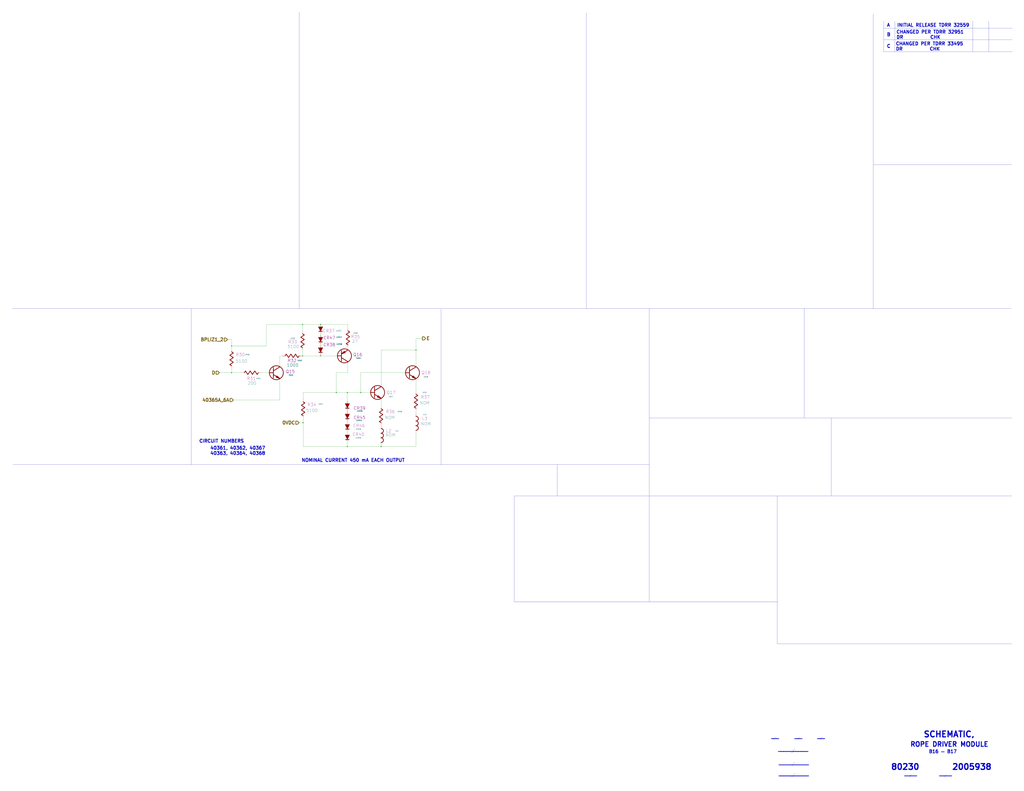
<source format=kicad_sch>
(kicad_sch (version 20211123) (generator eeschema)
  (paper "E")
  (lib_symbols
    (symbol "AGC_DSKY:Diode" (pin_numbers hide) (pin_names (offset 1.016) hide)
      (property "Reference" "CR" (at 0 5.08 0))
      (symbol "Diode_0_1"
        (polyline (pts (xy -2.54 -1.27) (xy -2.54 -1.905)) (stroke (width 0.762)))
        (polyline (pts (xy -2.54 1.27) (xy -2.54 -1.27)) (stroke (width 0.762)))
        (polyline (pts (xy -2.54 1.27) (xy -2.54 1.905)) (stroke (width 0.762)))
        (polyline (pts (xy -2.54 0) (xy 2.54 -2.54) (xy 2.54 2.54) (xy -2.54 0)) (stroke (width 0.2032)) (fill (type outline)))
      )
      (symbol "Diode_1_1"
        (pin passive line (at -5.08 0 0) (length 2.54) (name "K") (number "1"))
        (pin passive line (at 5.08 0 180) (length 2.54) (name "A") (number "2"))
      )
    )
    (symbol "AGC_DSKY:Inductor" (pin_numbers hide) (pin_names (offset 0) hide)
      (property "Reference" "L" (at -1.27 5.08 0))
      (symbol "Inductor_0_1"
        (arc (start -2.54 0) (mid -5.08 2.54) (end -7.62 0) (stroke (width 0.762)))
        (arc (start 2.54 0) (mid 0 2.54) (end -2.54 0) (stroke (width 0.762)))
        (arc (start 7.62 0) (mid 5.08 2.54) (end 2.54 0) (stroke (width 0.762)))
      )
      (symbol "Inductor_1_1"
        (pin passive line (at -10.16 0 0) (length 2.54) (name "1") (number "1"))
        (pin passive line (at 10.16 0 180) (length 2.54) (name "2") (number "2"))
      )
    )
    (symbol "AGC_DSKY:Resistor" (pin_numbers hide) (pin_names (offset 0) hide)
      (property "Reference" "R" (at -0.635 -4.445 0))
      (symbol "Resistor_0_1"
        (polyline (pts (xy -7.62 0) (xy -6.35 -1.905) (xy -3.81 1.905) (xy -1.27 -1.905) (xy 1.27 1.905) (xy 3.81 -1.905) (xy 6.35 1.905) (xy 7.62 0)) (stroke (width 0.762)))
      )
      (symbol "Resistor_1_1"
        (pin passive line (at -10.16 0 0) (length 2.54) (name "1") (number "1"))
        (pin passive line (at 10.16 0 180) (length 2.54) (name "2") (number "2"))
      )
    )
    (symbol "AGC_DSKY:Transistor-NPN" (pin_numbers hide) (pin_names (offset 0) hide)
      (property "Reference" "Q" (at 0 10.541 0))
      (symbol "Transistor-NPN_0_1"
        (polyline (pts (xy -3.302 -2.032) (xy 3.81 -6.35)) (stroke (width 0.762)))
        (polyline (pts (xy -3.302 2.032) (xy 3.81 6.35)) (stroke (width 0.762)))
        (polyline (pts (xy -3.302 5.969) (xy -3.302 -5.715)) (stroke (width 0.762)))
        (polyline (pts (xy -3.302 0) (xy -7.62 0) (xy -7.493 0)) (stroke (width 0.762)))
        (polyline (pts (xy -0.127 -4.826) (xy 0.635 -3.556) (xy 3.81 -6.35) (xy -0.254 -4.953)) (stroke (width 0.762)) (fill (type outline)))
        (circle (center 0 0) (radius 7.62) (stroke (width 0.762)))
      )
      (symbol "Transistor-NPN_1_1"
        (pin passive line (at 3.81 6.35 180) (length 0) (name "C") (number "1"))
        (pin passive line (at -7.62 0 0) (length 0) (name "B") (number "2"))
        (pin passive line (at 3.81 -6.35 180) (length 0) (name "E") (number "3"))
      )
    )
    (symbol "AGC_DSKY:Transistor-PNP" (pin_numbers hide) (pin_names (offset 0) hide)
      (property "Reference" "Q" (at -0.635 10.414 0))
      (symbol "Transistor-PNP_0_1"
        (polyline (pts (xy -3.302 -5.969) (xy -3.302 5.715)) (stroke (width 0.762)))
        (polyline (pts (xy -3.302 -2.032) (xy 3.81 -6.35)) (stroke (width 0.762)))
        (polyline (pts (xy -3.302 2.032) (xy 3.81 6.35)) (stroke (width 0.762)))
        (polyline (pts (xy -3.302 0) (xy -7.62 0) (xy -7.493 0)) (stroke (width 0.762)))
        (polyline (pts (xy 0.762 3.683) (xy 0 4.953) (xy -3.175 2.159) (xy 0.889 3.556)) (stroke (width 0.762)) (fill (type outline)))
        (circle (center 0 0) (radius 7.6454) (stroke (width 0.762)))
      )
      (symbol "Transistor-PNP_1_1"
        (pin passive line (at 3.81 6.35 180) (length 0) (name "E") (number "1"))
        (pin passive line (at -7.62 0 0) (length 0) (name "B") (number "2"))
        (pin passive line (at 3.81 -6.35 180) (length 0) (name "C") (number "3"))
      )
    )
  )
  (junction (at 349.885 388.62))
  (junction (at 379.095 428.625))
  (junction (at 415.925 487.68))
  (junction (at 330.2 354.33))
  (junction (at 330.835 461.645))
  (junction (at 252.73 377.825))
  (junction (at 367.03 428.625))
  (junction (at 349.885 354.33))
  (junction (at 330.2 388.62))
  (junction (at 454.025 382.27))
  (junction (at 252.73 407.035))
  (junction (at 393.7 428.625))
  (junction (at 379.095 487.68))
  (polyline (pts (xy 964.311 56.4896) (xy 1104.9 56.4896)) (stroke (width 0) (type solid)))
  (wire (pts (xy 290.83 354.33) (xy 330.2 354.33)))
  (wire (pts (xy 330.2 388.62) (xy 328.93 388.62)))
  (polyline (pts (xy 708.66 456.565) (xy 1104.265 456.565)) (stroke (width 0) (type solid)))
  (wire (pts (xy 252.73 381.635) (xy 252.73 377.825)))
  (polyline (pts (xy 864.0826 848.9696) (xy 867.2576 844.5246)) (stroke (width 0) (type solid)))
  (wire (pts (xy 454.025 472.44) (xy 454.025 487.68)))
  (wire (pts (xy 415.925 465.455) (xy 415.925 464.185)))
  (wire (pts (xy 330.835 428.625) (xy 367.03 428.625)))
  (wire (pts (xy 330.835 436.245) (xy 330.835 428.625)))
  (polyline (pts (xy 848.36 702.945) (xy 1104.265 702.945)) (stroke (width 0) (type solid)))
  (wire (pts (xy 326.39 461.645) (xy 330.835 461.645)))
  (wire (pts (xy 379.73 358.775) (xy 379.73 354.33)))
  (wire (pts (xy 415.925 487.68) (xy 379.095 487.68)))
  (wire (pts (xy 379.095 438.15) (xy 379.095 428.625)))
  (wire (pts (xy 393.7 428.625) (xy 393.7 407.035)))
  (wire (pts (xy 330.2 382.27) (xy 330.2 388.62)))
  (polyline (pts (xy 481.33 507.365) (xy 481.33 337.82)) (stroke (width 0) (type solid)))
  (polyline (pts (xy 964.3618 30.6578) (xy 1104.8238 30.6578)) (stroke (width 0) (type solid)))
  (wire (pts (xy 349.885 377.19) (xy 349.885 375.92)))
  (wire (pts (xy 393.7 428.625) (xy 404.495 428.625)))
  (polyline (pts (xy 708.66 657.225) (xy 708.66 337.185)) (stroke (width 0) (type solid)))
  (wire (pts (xy 248.285 370.84) (xy 252.73 370.84)))
  (polyline (pts (xy 895.1976 807.6946) (xy 897.1026 805.1546)) (stroke (width 0) (type solid)))
  (polyline (pts (xy 844.3976 807.6946) (xy 846.3026 805.1546)) (stroke (width 0) (type solid)))
  (wire (pts (xy 379.095 428.625) (xy 393.7 428.625)))
  (polyline (pts (xy 561.34 541.655) (xy 1104.265 541.655)) (stroke (width 0) (type solid)))
  (wire (pts (xy 252.73 401.955) (xy 252.73 407.035)))
  (wire (pts (xy 379.73 407.035) (xy 379.73 394.97)))
  (polyline (pts (xy 13.97 507.365) (xy 708.66 507.365)) (stroke (width 0) (type solid)))
  (polyline (pts (xy 964.3618 43.4848) (xy 1104.8238 43.4848)) (stroke (width 0) (type solid)))
  (wire (pts (xy 330.835 461.645) (xy 330.835 456.565)))
  (wire (pts (xy 252.73 407.035) (xy 239.395 407.035)))
  (wire (pts (xy 264.16 407.035) (xy 252.73 407.035)))
  (wire (pts (xy 379.73 354.33) (xy 349.885 354.33)))
  (wire (pts (xy 461.01 369.57) (xy 454.025 369.57)))
  (polyline (pts (xy 1030.4526 848.3346) (xy 1032.9926 845.7946)) (stroke (width 0) (type solid)))
  (wire (pts (xy 379.095 472.44) (xy 379.095 471.17)))
  (wire (pts (xy 454.025 448.31) (xy 454.025 452.12)))
  (polyline (pts (xy 208.915 337.185) (xy 208.915 507.365)) (stroke (width 0) (type solid)))
  (wire (pts (xy 415.925 485.775) (xy 415.925 487.68)))
  (polyline (pts (xy 13.335 337.185) (xy 1103.63 337.185)) (stroke (width 0) (type solid)))
  (polyline (pts (xy 864.0826 822.2996) (xy 867.2576 817.8546)) (stroke (width 0) (type solid)))
  (polyline (pts (xy 992.3526 848.3346) (xy 994.8926 845.7946)) (stroke (width 0) (type solid)))
  (wire (pts (xy 252.73 370.84) (xy 252.73 377.825)))
  (wire (pts (xy 367.03 407.035) (xy 379.73 407.035)))
  (polyline (pts (xy 964.311 23.114) (xy 964.311 56.4896)) (stroke (width 0) (type solid)))
  (wire (pts (xy 349.885 364.49) (xy 349.885 365.76)))
  (wire (pts (xy 368.3 388.62) (xy 349.885 388.62)))
  (polyline (pts (xy 976.7824 23.114) (xy 976.7824 56.4896)) (stroke (width 0) (type solid)))
  (polyline (pts (xy 561.34 657.225) (xy 848.36 657.225)) (stroke (width 0) (type solid)))
  (wire (pts (xy 393.7 407.035) (xy 442.595 407.035)))
  (wire (pts (xy 454.025 487.68) (xy 415.925 487.68)))
  (polyline (pts (xy 870.4326 807.6946) (xy 872.3376 805.1546)) (stroke (width 0) (type solid)))
  (polyline (pts (xy 953.135 337.185) (xy 953.135 15.24)) (stroke (width 0) (type solid)))
  (polyline (pts (xy 953.135 179.705) (xy 1104.265 179.705)) (stroke (width 0) (type solid)))
  (polyline (pts (xy 1079.1698 23.114) (xy 1079.1698 56.4896)) (stroke (width 0) (type solid)))
  (wire (pts (xy 415.925 382.27) (xy 454.025 382.27)))
  (polyline (pts (xy 907.415 541.655) (xy 907.415 456.565)) (stroke (width 0) (type solid)))
  (polyline (pts (xy 561.34 541.655) (xy 561.34 657.225)) (stroke (width 0) (type solid)))
  (wire (pts (xy 294.005 407.035) (xy 284.48 407.035)))
  (wire (pts (xy 305.435 413.385) (xy 305.435 436.88)))
  (wire (pts (xy 379.73 382.27) (xy 379.73 379.095)))
  (polyline (pts (xy 1061.72 23.114) (xy 1061.72 56.4896)) (stroke (width 0) (type solid)))
  (wire (pts (xy 330.835 487.68) (xy 330.835 461.645)))
  (wire (pts (xy 454.025 382.27) (xy 454.025 369.57)))
  (wire (pts (xy 379.095 487.68) (xy 330.835 487.68)))
  (polyline (pts (xy 608.33 507.365) (xy 608.33 541.655)) (stroke (width 0) (type solid)))
  (polyline (pts (xy 877.57 456.565) (xy 877.57 337.185)) (stroke (width 0) (type solid)))
  (wire (pts (xy 308.61 388.62) (xy 305.435 388.62)))
  (polyline (pts (xy 640.08 337.185) (xy 640.08 13.97)) (stroke (width 0) (type solid)))
  (polyline (pts (xy 326.39 337.185) (xy 326.39 13.335)) (stroke (width 0) (type solid)))
  (wire (pts (xy 349.885 354.33) (xy 330.2 354.33)))
  (wire (pts (xy 349.885 388.62) (xy 330.2 388.62)))
  (wire (pts (xy 305.435 436.88) (xy 254.635 436.88)))
  (wire (pts (xy 415.925 422.275) (xy 415.925 382.27)))
  (wire (pts (xy 454.025 413.385) (xy 454.025 427.99)))
  (wire (pts (xy 305.435 388.62) (xy 305.435 400.685)))
  (wire (pts (xy 379.095 449.58) (xy 379.095 448.31)))
  (wire (pts (xy 379.095 482.6) (xy 379.095 487.68)))
  (polyline (pts (xy 848.36 541.655) (xy 848.36 702.945)) (stroke (width 0) (type solid)))
  (wire (pts (xy 290.83 377.825) (xy 290.83 354.33)))
  (wire (pts (xy 379.095 461.01) (xy 379.095 459.74)))
  (wire (pts (xy 367.03 428.625) (xy 379.095 428.625)))
  (wire (pts (xy 454.025 400.685) (xy 454.025 382.27)))
  (wire (pts (xy 330.2 354.33) (xy 330.2 361.95)))
  (polyline (pts (xy 864.0826 836.9046) (xy 867.2576 832.4596)) (stroke (width 0) (type solid)))
  (wire (pts (xy 349.885 387.35) (xy 349.885 388.62)))
  (wire (pts (xy 415.925 443.865) (xy 415.925 434.975)))
  (wire (pts (xy 252.73 377.825) (xy 290.83 377.825)))
  (wire (pts (xy 367.03 428.625) (xy 367.03 407.035)))
  (text "___" (at 866.775 807.085 0) (effects (font (size 3.556 3.556) (thickness 0.7112) bold) (justify left bottom)))
  (text "_____" (at 1024.7376 847.6996 0) (effects (font (size 3.556 3.556) (thickness 0.7112) bold) (justify left bottom)))
  (text "C" (at 967.6638 52.6288 0) (effects (font (size 3.556 3.556) (thickness 0.7112) bold) (justify left bottom)))
  (text "40361, 40362, 40367\n40363, 40364, 40368" (at 229.235 497.205 0) (effects (font (size 3.556 3.556) (thickness 0.7112) bold) (justify left bottom)))
  (text "___" (at 891.54 807.085 0) (effects (font (size 3.556 3.556) (thickness 0.7112) bold) (justify left bottom)))
  (text "B16 — B17" (at 1013.46 822.96 0) (effects (font (size 3.556 3.556) (thickness 0.7112) bold) (justify left bottom)))
  (text "____________" (at 849.63 847.725 0) (effects (font (size 3.556 3.556) (thickness 0.7112) bold) (justify left bottom)))
  (text "___" (at 841.375 807.085 0) (effects (font (size 3.556 3.556) (thickness 0.7112) bold) (justify left bottom)))
  (text "_____" (at 986.6376 847.6996 0) (effects (font (size 3.556 3.556) (thickness 0.7112) bold) (justify left bottom)))
  (text "CIRCUIT NUMBERS" (at 217.17 483.87 0) (effects (font (size 3.556 3.556) (thickness 0.7112) bold) (justify left bottom)))
  (text "CHANGED PER TDRR 32951\nDR           CHK" (at 978.0778 42.8498 0) (effects (font (size 3.556 3.556) (thickness 0.7112) bold) (justify left bottom)))
  (text "CHANGED PER TDRR 33495\nDR           CHK" (at 977.4428 55.6768 0) (effects (font (size 3.556 3.556) (thickness 0.7112) bold) (justify left bottom)))
  (text "2005938" (at 1038.7076 841.3496 0) (effects (font (size 6.35 6.35) (thickness 1.27) bold) (justify left bottom)))
  (text "SCHEMATIC," (at 1007.5926 805.7896 0) (effects (font (size 6.35 6.35) (thickness 1.27) bold) (justify left bottom)))
  (text "80230" (at 972.0326 841.3496 0) (effects (font (size 6.35 6.35) (thickness 1.27) bold) (justify left bottom)))
  (text "ROPE DRIVER MODULE" (at 993.14 815.975 0) (effects (font (size 5.08 5.08) (thickness 1.016) bold) (justify left bottom)))
  (text "NOMINAL CURRENT 450 mA EACH OUTPUT" (at 328.93 504.825 0) (effects (font (size 3.556 3.556) (thickness 0.7112) bold) (justify left bottom)))
  (text "____________" (at 848.995 821.055 0) (effects (font (size 3.556 3.556) (thickness 0.7112) bold) (justify left bottom)))
  (text "B" (at 967.6638 39.9288 0) (effects (font (size 3.556 3.556) (thickness 0.7112) bold) (justify left bottom)))
  (text "____________" (at 849.63 835.66 0) (effects (font (size 3.556 3.556) (thickness 0.7112) bold) (justify left bottom)))
  (text "A   INITIAL RELEASE TDRR 32559" (at 967.6638 29.6418 0) (effects (font (size 3.556 3.556) (thickness 0.7112) bold) (justify left bottom)))
  (hierarchical_label "D" (shape input) (at 239.395 407.035 180) (effects (font (size 3.556 3.556) (thickness 0.7112) bold)))
  (hierarchical_label "BPLIZ1_2" (shape input) (at 248.285 370.84 180) (effects (font (size 3.556 3.556) (thickness 0.7112) bold)))
  (hierarchical_label "40365A_6A" (shape input) (at 254.635 436.88 180) (effects (font (size 3.556 3.556) (thickness 0.7112) bold)))
  (hierarchical_label "E" (shape output) (at 461.01 369.57 0) (effects (font (size 3.556 3.556) (thickness 0.7112) bold)))
  (hierarchical_label "0VDC" (shape input) (at 326.39 461.645 180) (effects (font (size 3.556 3.556) (thickness 0.7112) bold)))
  (symbol (lib_id "AGC_DSKY:Resistor") (at 252.73 391.795 270) (mirror x)
    (property "Reference" "1R30" (at 269.875 387.35 90))
    (property "Value" "5100" (at 263.525 394.335 90) (effects (font (size 3.302 3.302))))
    (property "OREFD" "R30" (at 262.255 387.35 90) (effects (font (size 3.302 3.302))))
  )
  (symbol (lib_id "AGC_DSKY:Resistor") (at 274.32 407.035 0) (mirror y)
    (property "Reference" "1R31" (at 281.94 413.385 0))
    (property "Value" "200" (at 274.955 418.465 0) (effects (font (size 3.302 3.302))))
    (property "OREFD" "R31" (at 274.32 413.385 0) (effects (font (size 3.302 3.302))))
  )
  (symbol (lib_id "AGC_DSKY:Resistor") (at 330.2 372.11 270) (mirror x)
    (property "Reference" "1R33" (at 319.405 369.57 90))
    (property "Value" "5100" (at 320.04 378.46 90) (effects (font (size 3.302 3.302))))
    (property "OREFD" "R33" (at 319.405 373.38 90) (effects (font (size 3.302 3.302))))
  )
  (symbol (lib_id "AGC_DSKY:Resistor") (at 318.77 388.62 0) (mirror y)
    (property "Reference" "1R32" (at 327.025 393.7 0))
    (property "Value" "1000" (at 319.405 398.78 0) (effects (font (size 3.302 3.302))))
    (property "OREFD" "R32" (at 318.77 393.7 0) (effects (font (size 3.302 3.302))))
  )
  (symbol (lib_id "AGC_DSKY:Transistor-NPN") (at 301.625 407.035 0)
    (property "Reference" "1Q15" (at 317.5 409.575 0))
    (property "Value" "Transistor-NPN" (effects hide))
    (property "OREFD" "Q15" (at 316.865 405.765 0) (effects (font (size 3.302 3.302))))
  )
  (symbol (lib_id "AGC_DSKY:Transistor-NPN") (at 412.115 428.625 0)
    (property "Reference" "1Q17" (at 426.72 433.07 0))
    (property "Value" "Transistor-NPN" (effects hide))
    (property "OREFD" "Q17" (at 426.72 428.625 0) (effects (font (size 3.302 3.302))))
  )
  (symbol (lib_id "AGC_DSKY:Transistor-NPN") (at 450.215 407.035 0)
    (property "Reference" "1Q18" (at 464.82 411.48 0))
    (property "Value" "Transistor-NPN" (effects hide))
    (property "OREFD" "Q18" (at 464.82 407.035 0) (effects (font (size 3.302 3.302))))
  )
  (symbol (lib_id "AGC_DSKY:Transistor-PNP") (at 375.92 388.62 0)
    (property "Reference" "1Q16" (at 391.16 391.16 0))
    (property "Value" "Transistor-PNP" (effects hide))
    (property "OREFD" "Q16" (at 390.525 387.35 0) (effects (font (size 3.302 3.302))))
  )
  (symbol (lib_id "AGC_DSKY:Diode") (at 349.885 382.27 90)
    (property "Reference" "1CR38" (at 370.205 375.92 90))
    (property "Value" "Diode" (effects hide))
    (property "OREFD" "CR38" (at 359.41 376.555 90) (effects (font (size 3.302 3.302))))
  )
  (symbol (lib_id "AGC_DSKY:Diode") (at 349.885 370.84 90)
    (property "Reference" "1CR47" (at 370.205 368.3 90))
    (property "Value" "Diode" (effects hide))
    (property "OREFD" "CR47" (at 359.41 368.935 90) (effects (font (size 3.302 3.302))))
  )
  (symbol (lib_id "AGC_DSKY:Diode") (at 349.885 359.41 90)
    (property "Reference" "1CR37" (at 369.57 361.315 90))
    (property "Value" "Diode" (effects hide))
    (property "OREFD" "CR37" (at 358.775 361.315 90) (effects (font (size 3.302 3.302))))
  )
  (symbol (lib_id "AGC_DSKY:Diode") (at 379.095 454.66 90)
    (property "Reference" "1CR45" (at 391.795 459.105 90))
    (property "Value" "Diode" (effects hide))
    (property "OREFD" "CR45" (at 392.43 455.93 90) (effects (font (size 3.302 3.302))))
  )
  (symbol (lib_id "AGC_DSKY:Diode") (at 379.095 443.23 90)
    (property "Reference" "1CR39" (at 392.43 448.945 90))
    (property "Value" "Diode" (effects hide))
    (property "OREFD" "CR39" (at 392.43 445.77 90) (effects (font (size 3.302 3.302))))
  )
  (symbol (lib_id "AGC_DSKY:Diode") (at 379.095 466.09 90)
    (property "Reference" "1CR46" (at 391.16 468.63 90))
    (property "Value" "Diode" (effects hide))
    (property "OREFD" "CR46" (at 391.795 464.82 90) (effects (font (size 3.302 3.302))))
  )
  (symbol (lib_id "AGC_DSKY:Diode") (at 379.095 477.52 90)
    (property "Reference" "1CR40" (at 391.16 478.155 90))
    (property "Value" "Diode" (effects hide))
    (property "OREFD" "CR40" (at 391.16 474.345 90) (effects (font (size 3.302 3.302))))
  )
  (symbol (lib_id "AGC_DSKY:Resistor") (at 330.835 446.405 270) (mirror x)
    (property "Reference" "1R34" (at 349.885 441.325 90))
    (property "Value" "5100" (at 340.36 448.31 90) (effects (font (size 3.302 3.302))))
    (property "OREFD" "R34" (at 340.36 441.96 90) (effects (font (size 3.302 3.302))))
  )
  (symbol (lib_id "AGC_DSKY:Resistor") (at 415.925 454.025 270) (mirror x)
    (property "Reference" "1R36" (at 436.245 449.58 90))
    (property "Value" "NOM" (at 425.45 455.93 90) (effects (font (size 3.302 3.302))))
    (property "OREFD" "R36" (at 426.085 449.58 90) (effects (font (size 3.302 3.302))))
  )
  (symbol (lib_id "AGC_DSKY:Resistor") (at 454.025 438.15 270) (mirror x)
    (property "Reference" "1R37" (at 463.55 428.625 90))
    (property "Value" "NOM" (at 463.55 440.055 90) (effects (font (size 3.302 3.302))))
    (property "OREFD" "R37" (at 464.185 433.705 90) (effects (font (size 3.302 3.302))))
  )
  (symbol (lib_id "AGC_DSKY:Inductor") (at 415.925 475.615 270)
    (property "Reference" "1L2" (at 433.07 470.535 90))
    (property "Value" "NOM" (at 426.085 474.98 90) (effects (font (size 3.302 3.302))))
    (property "OREFD" "L2" (at 424.18 470.535 90) (effects (font (size 3.302 3.302))))
  )
  (symbol (lib_id "AGC_DSKY:Inductor") (at 454.025 462.28 270)
    (property "Reference" "1L3" (at 463.55 452.755 90))
    (property "Value" "NOM" (at 464.82 462.915 90) (effects (font (size 3.302 3.302))))
    (property "OREFD" "L3" (at 463.55 457.2 90) (effects (font (size 3.302 3.302))))
  )
  (symbol (lib_id "AGC_DSKY:Resistor") (at 379.73 368.935 270) (mirror x)
    (property "Reference" "1R35" (at 387.985 363.855 90))
    (property "Value" "27" (at 387.35 372.745 90) (effects (font (size 3.302 3.302))))
    (property "OREFD" "R35" (at 387.985 367.665 90) (effects (font (size 3.302 3.302))))
  )
)
</source>
